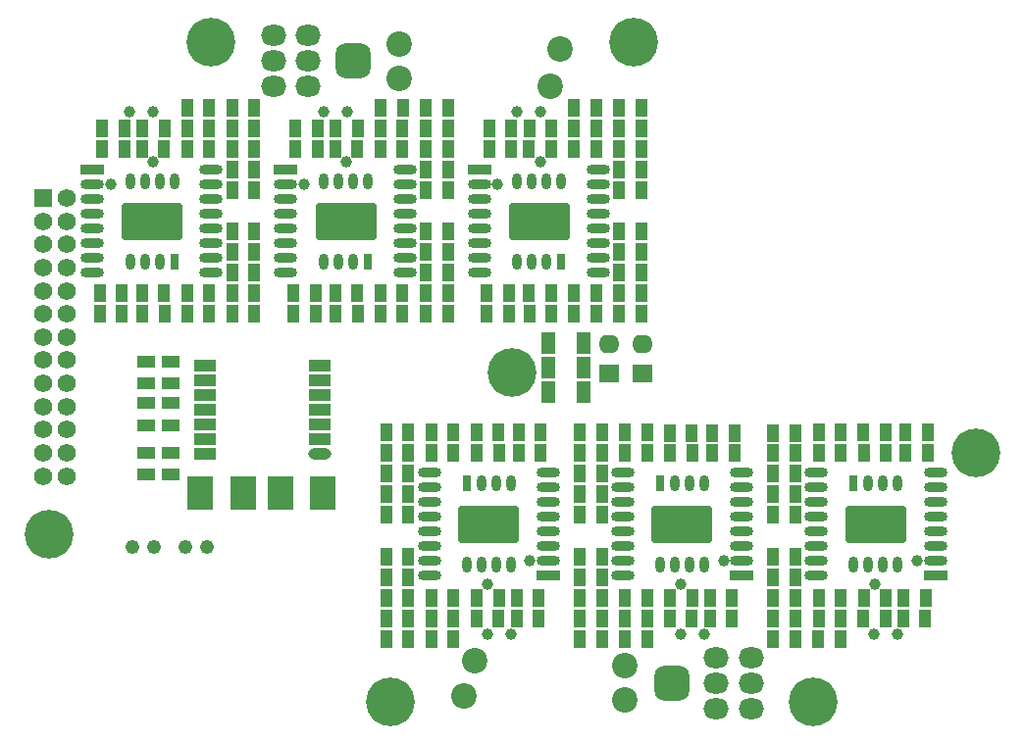
<source format=gts>
G04*
G04 #@! TF.GenerationSoftware,Altium Limited,Altium Designer,22.1.2 (22)*
G04*
G04 Layer_Color=8388736*
%FSAX42Y42*%
%MOMM*%
G71*
G04*
G04 #@! TF.SameCoordinates,0EE806D4-B871-489F-9783-670BAA343DA3*
G04*
G04*
G04 #@! TF.FilePolarity,Negative*
G04*
G01*
G75*
%ADD16R,2.00X0.90*%
%ADD17O,2.00X0.90*%
%ADD18R,0.80X1.40*%
%ADD19O,0.84X1.40*%
%ADD20R,1.00X1.50*%
%ADD21R,1.50X1.00*%
%ADD22R,1.20X1.90*%
%ADD23R,2.20X3.00*%
%ADD24R,1.98X1.02*%
%ADD25O,1.98X1.02*%
G04:AMPARAMS|DCode=26|XSize=5.2mm|YSize=3.2mm|CornerRadius=0.18mm|HoleSize=0mm|Usage=FLASHONLY|Rotation=0.000|XOffset=0mm|YOffset=0mm|HoleType=Round|Shape=RoundedRectangle|*
%AMROUNDEDRECTD26*
21,1,5.20,2.85,0,0,0.0*
21,1,4.85,3.20,0,0,0.0*
1,1,0.35,2.42,-1.43*
1,1,0.35,-2.42,-1.43*
1,1,0.35,-2.42,1.43*
1,1,0.35,2.42,1.43*
%
%ADD26ROUNDEDRECTD26*%
%ADD27C,2.20*%
%ADD28C,1.57*%
%ADD29R,1.57X1.57*%
%ADD30C,1.22*%
G04:AMPARAMS|DCode=31|XSize=3mm|YSize=3mm|CornerRadius=0.8mm|HoleSize=0mm|Usage=FLASHONLY|Rotation=180.000|XOffset=0mm|YOffset=0mm|HoleType=Round|Shape=RoundedRectangle|*
%AMROUNDEDRECTD31*
21,1,3.00,1.40,0,0,180.0*
21,1,1.40,3.00,0,0,180.0*
1,1,1.60,-0.70,0.70*
1,1,1.60,0.70,0.70*
1,1,1.60,0.70,-0.70*
1,1,1.60,-0.70,-0.70*
%
%ADD31ROUNDEDRECTD31*%
%ADD32O,2.20X1.80*%
%ADD33R,1.80X1.60*%
%ADD34O,1.80X1.60*%
%ADD35C,1.00*%
%ADD36C,4.20*%
D16*
X008048Y001485D02*
D03*
X006378D02*
D03*
X004708D02*
D03*
X004112Y004991D02*
D03*
X000772D02*
D03*
X002442D02*
D03*
D17*
X008048Y001612D02*
D03*
Y001739D02*
D03*
Y001866D02*
D03*
Y001993D02*
D03*
Y002120D02*
D03*
Y002247D02*
D03*
Y002374D02*
D03*
X007022D02*
D03*
Y002247D02*
D03*
Y002120D02*
D03*
Y001993D02*
D03*
Y001866D02*
D03*
Y001739D02*
D03*
Y001612D02*
D03*
Y001485D02*
D03*
X005352D02*
D03*
Y001612D02*
D03*
Y001739D02*
D03*
Y001866D02*
D03*
Y001993D02*
D03*
Y002120D02*
D03*
Y002247D02*
D03*
Y002374D02*
D03*
X006378D02*
D03*
Y002247D02*
D03*
Y002120D02*
D03*
Y001993D02*
D03*
Y001866D02*
D03*
Y001739D02*
D03*
Y001612D02*
D03*
X004708D02*
D03*
Y001739D02*
D03*
Y001866D02*
D03*
Y001993D02*
D03*
Y002120D02*
D03*
Y002247D02*
D03*
Y002374D02*
D03*
X003682D02*
D03*
Y002247D02*
D03*
Y002120D02*
D03*
Y001993D02*
D03*
Y001866D02*
D03*
Y001739D02*
D03*
Y001612D02*
D03*
Y001485D02*
D03*
X005138Y004991D02*
D03*
Y004864D02*
D03*
Y004737D02*
D03*
Y004610D02*
D03*
Y004483D02*
D03*
Y004356D02*
D03*
Y004229D02*
D03*
Y004102D02*
D03*
X004112D02*
D03*
Y004229D02*
D03*
Y004356D02*
D03*
Y004483D02*
D03*
Y004610D02*
D03*
Y004737D02*
D03*
Y004864D02*
D03*
X000772D02*
D03*
Y004737D02*
D03*
Y004610D02*
D03*
Y004483D02*
D03*
Y004356D02*
D03*
Y004229D02*
D03*
Y004102D02*
D03*
X001798D02*
D03*
Y004229D02*
D03*
Y004356D02*
D03*
Y004483D02*
D03*
Y004610D02*
D03*
Y004737D02*
D03*
Y004864D02*
D03*
Y004991D02*
D03*
X003468D02*
D03*
Y004864D02*
D03*
Y004737D02*
D03*
Y004610D02*
D03*
Y004483D02*
D03*
Y004356D02*
D03*
Y004229D02*
D03*
Y004102D02*
D03*
X002442D02*
D03*
Y004229D02*
D03*
Y004356D02*
D03*
Y004483D02*
D03*
Y004610D02*
D03*
Y004737D02*
D03*
Y004864D02*
D03*
D18*
X007341Y002281D02*
D03*
X005671D02*
D03*
X004001D02*
D03*
X004819Y004195D02*
D03*
X001479D02*
D03*
X003149D02*
D03*
D19*
X007722Y001583D02*
D03*
X007595D02*
D03*
X007468D02*
D03*
X007341D02*
D03*
X007722Y002281D02*
D03*
X007595D02*
D03*
X007468D02*
D03*
X005798D02*
D03*
X005925D02*
D03*
X006052D02*
D03*
X005671Y001583D02*
D03*
X005798D02*
D03*
X005925D02*
D03*
X006052D02*
D03*
X004382D02*
D03*
X004255D02*
D03*
X004128D02*
D03*
X004001D02*
D03*
X004382Y002281D02*
D03*
X004255D02*
D03*
X004128D02*
D03*
X004692Y004195D02*
D03*
X004565D02*
D03*
X004438D02*
D03*
X004819Y004893D02*
D03*
X004692D02*
D03*
X004565D02*
D03*
X004438D02*
D03*
X001098D02*
D03*
X001225D02*
D03*
X001352D02*
D03*
X001479D02*
D03*
X001098Y004195D02*
D03*
X001225D02*
D03*
X001352D02*
D03*
X003022D02*
D03*
X002895D02*
D03*
X002768D02*
D03*
X003149Y004893D02*
D03*
X003022D02*
D03*
X002895D02*
D03*
X002768D02*
D03*
D20*
X004367Y003925D02*
D03*
X004177D02*
D03*
X006103Y001297D02*
D03*
X006293D02*
D03*
X006649Y001118D02*
D03*
X006839D02*
D03*
X007772Y001118D02*
D03*
X007962D02*
D03*
X007773Y001297D02*
D03*
X007963D02*
D03*
X006650Y002188D02*
D03*
X006839D02*
D03*
X007427Y001118D02*
D03*
X007617D02*
D03*
X006840Y001475D02*
D03*
X006650D02*
D03*
X007620Y001297D02*
D03*
X007430D02*
D03*
X007793Y002723D02*
D03*
X007983D02*
D03*
X007793Y002545D02*
D03*
X007983D02*
D03*
X007229Y000940D02*
D03*
X007039D02*
D03*
X007230Y001118D02*
D03*
X007040D02*
D03*
X006840Y001297D02*
D03*
X006650D02*
D03*
X007617Y002723D02*
D03*
X007427D02*
D03*
X006650Y002367D02*
D03*
X006839D02*
D03*
X007231Y002723D02*
D03*
X007041D02*
D03*
X006840Y002713D02*
D03*
X006650D02*
D03*
X006650Y001653D02*
D03*
X006839D02*
D03*
X006650Y000940D02*
D03*
X006840D02*
D03*
X007040Y001297D02*
D03*
X007230D02*
D03*
X007430Y002545D02*
D03*
X007620D02*
D03*
X007040D02*
D03*
X007230D02*
D03*
X006650Y002545D02*
D03*
X006839D02*
D03*
X006840Y002010D02*
D03*
X006650D02*
D03*
X005559Y000940D02*
D03*
X005369D02*
D03*
X004622Y001118D02*
D03*
X004433D02*
D03*
X004623Y001297D02*
D03*
X004433D02*
D03*
X003499Y002188D02*
D03*
X003310D02*
D03*
X003890Y001297D02*
D03*
X003700D02*
D03*
X003310Y002010D02*
D03*
X003500D02*
D03*
X003499Y001653D02*
D03*
X003310D02*
D03*
X004277Y001118D02*
D03*
X004087D02*
D03*
X003500Y000940D02*
D03*
X003310D02*
D03*
X003310Y001475D02*
D03*
X003500D02*
D03*
X004090Y001297D02*
D03*
X004280D02*
D03*
X004643Y002545D02*
D03*
X004453D02*
D03*
X003700Y001118D02*
D03*
X003890D02*
D03*
X004087Y002723D02*
D03*
X004277D02*
D03*
X003701D02*
D03*
X003890D02*
D03*
X003890Y002545D02*
D03*
X003700D02*
D03*
X003499Y002545D02*
D03*
X003310D02*
D03*
X004643Y002723D02*
D03*
X004453D02*
D03*
X003499Y001118D02*
D03*
X003309D02*
D03*
X003889Y000940D02*
D03*
X003699D02*
D03*
X003310Y001297D02*
D03*
X003500D02*
D03*
X003499Y002367D02*
D03*
X003310D02*
D03*
X003310Y002723D02*
D03*
X003500D02*
D03*
X004280Y002545D02*
D03*
X004090D02*
D03*
X006292Y001118D02*
D03*
X006103D02*
D03*
X005169Y002188D02*
D03*
X004979D02*
D03*
X005170Y000940D02*
D03*
X004980D02*
D03*
X004980Y001475D02*
D03*
X005170D02*
D03*
X005760Y001297D02*
D03*
X005950D02*
D03*
X006313Y002713D02*
D03*
X006123D02*
D03*
X006313Y002545D02*
D03*
X006123D02*
D03*
X005169Y001118D02*
D03*
X004979D02*
D03*
X005370D02*
D03*
X005560D02*
D03*
X004980Y001297D02*
D03*
X005170D02*
D03*
X005757Y002713D02*
D03*
X005947D02*
D03*
X005169Y002367D02*
D03*
X004979D02*
D03*
X005371Y002723D02*
D03*
X005560D02*
D03*
X004980Y002723D02*
D03*
X005170D02*
D03*
X005950Y002545D02*
D03*
X005760D02*
D03*
X005560D02*
D03*
X005370D02*
D03*
X005169Y002545D02*
D03*
X004979D02*
D03*
X004980Y002010D02*
D03*
X005170D02*
D03*
X005169Y001653D02*
D03*
X004979D02*
D03*
X005947Y001118D02*
D03*
X005757D02*
D03*
X005560Y001297D02*
D03*
X005370D02*
D03*
X001590Y003925D02*
D03*
X001780D02*
D03*
X001981Y003925D02*
D03*
X002170D02*
D03*
X001200Y003925D02*
D03*
X001390D02*
D03*
X001980Y005530D02*
D03*
X002170D02*
D03*
X001203Y005352D02*
D03*
X001393D02*
D03*
X001981Y004817D02*
D03*
X002170D02*
D03*
X002170Y003747D02*
D03*
X001980D02*
D03*
X001779Y003747D02*
D03*
X001589D02*
D03*
X001981Y004103D02*
D03*
X002170D02*
D03*
X001393Y003747D02*
D03*
X001203D02*
D03*
X002170Y005173D02*
D03*
X001980D02*
D03*
X001780Y005352D02*
D03*
X001590D02*
D03*
X001591Y005530D02*
D03*
X001781D02*
D03*
X001981Y005352D02*
D03*
X002171D02*
D03*
X000837Y003925D02*
D03*
X001027D02*
D03*
X000837Y003747D02*
D03*
X001027D02*
D03*
X001390Y005173D02*
D03*
X001200D02*
D03*
X002170Y004995D02*
D03*
X001980D02*
D03*
X003260Y003925D02*
D03*
X003450D02*
D03*
X003651Y003925D02*
D03*
X003840D02*
D03*
X002870Y003925D02*
D03*
X003060D02*
D03*
X003650Y005530D02*
D03*
X003840D02*
D03*
X002873Y005352D02*
D03*
X003063D02*
D03*
X003651Y004817D02*
D03*
X003840D02*
D03*
X003840Y003747D02*
D03*
X003650D02*
D03*
X003449Y003747D02*
D03*
X003260D02*
D03*
X003651Y004103D02*
D03*
X003840D02*
D03*
X003063Y003747D02*
D03*
X002873D02*
D03*
X003840Y005173D02*
D03*
X003650D02*
D03*
X003450Y005352D02*
D03*
X003260D02*
D03*
X003261Y005530D02*
D03*
X003451D02*
D03*
X003651Y005352D02*
D03*
X003841D02*
D03*
X002507Y003925D02*
D03*
X002697D02*
D03*
X002507Y003747D02*
D03*
X002697D02*
D03*
X003060Y005173D02*
D03*
X002870D02*
D03*
X003840Y004995D02*
D03*
X003650D02*
D03*
X002527Y005352D02*
D03*
X002717D02*
D03*
X002527Y005173D02*
D03*
X002717D02*
D03*
X003651Y004282D02*
D03*
X003840D02*
D03*
X003260Y005173D02*
D03*
X003450D02*
D03*
X003840Y004460D02*
D03*
X003650D02*
D03*
X000857Y005352D02*
D03*
X001048D02*
D03*
X000857Y005173D02*
D03*
X001047D02*
D03*
X001981Y004282D02*
D03*
X002170D02*
D03*
X001590Y005173D02*
D03*
X001780D02*
D03*
X002170Y004460D02*
D03*
X001980D02*
D03*
X005510Y004995D02*
D03*
X005320D02*
D03*
X004730Y005173D02*
D03*
X004540D02*
D03*
X004177Y003747D02*
D03*
X004367D02*
D03*
X005321Y005352D02*
D03*
X005511D02*
D03*
X004931Y005530D02*
D03*
X005121D02*
D03*
X005120Y005352D02*
D03*
X004930D02*
D03*
X005510Y005173D02*
D03*
X005320D02*
D03*
X004733Y003747D02*
D03*
X004543D02*
D03*
X004197Y005352D02*
D03*
X004388D02*
D03*
X004197Y005173D02*
D03*
X004387D02*
D03*
X005321Y004103D02*
D03*
X005510D02*
D03*
X005119Y003747D02*
D03*
X004929D02*
D03*
X005510Y003747D02*
D03*
X005320D02*
D03*
X005321Y004282D02*
D03*
X005510D02*
D03*
X005321Y004817D02*
D03*
X005510D02*
D03*
X004543Y005352D02*
D03*
X004733D02*
D03*
X005320Y005530D02*
D03*
X005510D02*
D03*
X004930Y005173D02*
D03*
X005120D02*
D03*
X004540Y003925D02*
D03*
X004730D02*
D03*
X005321Y003925D02*
D03*
X005510D02*
D03*
X004930Y003925D02*
D03*
X005120D02*
D03*
X005510Y004460D02*
D03*
X005320D02*
D03*
D21*
X001235Y002550D02*
D03*
Y002360D02*
D03*
X001445Y002550D02*
D03*
Y002359D02*
D03*
X001240Y002787D02*
D03*
Y002977D02*
D03*
X001240Y003335D02*
D03*
Y003145D02*
D03*
X001450Y003145D02*
D03*
Y003335D02*
D03*
Y002787D02*
D03*
Y002977D02*
D03*
D22*
X005010Y003282D02*
D03*
X004710D02*
D03*
X005010Y003492D02*
D03*
X004710D02*
D03*
X005010Y003070D02*
D03*
X004710D02*
D03*
D23*
X002392Y002200D02*
D03*
X002760D02*
D03*
X001702D02*
D03*
X002070D02*
D03*
D24*
X002731Y003304D02*
D03*
Y003177D02*
D03*
X001740D02*
D03*
Y003304D02*
D03*
X002731Y003050D02*
D03*
Y002923D02*
D03*
Y002796D02*
D03*
Y002669D02*
D03*
X001740Y002796D02*
D03*
Y002669D02*
D03*
Y002923D02*
D03*
Y002542D02*
D03*
Y003050D02*
D03*
D25*
X002731Y002542D02*
D03*
D26*
X007531Y001932D02*
D03*
X005861D02*
D03*
X004191D02*
D03*
X004629Y004544D02*
D03*
X001289D02*
D03*
X002959D02*
D03*
D27*
X004070Y000750D02*
D03*
X003424Y005781D02*
D03*
X004721Y005712D02*
D03*
X005370Y000710D02*
D03*
X003424Y006081D02*
D03*
X004811Y006032D02*
D03*
X003980Y000450D02*
D03*
X005370Y000410D02*
D03*
D28*
X000347Y004147D02*
D03*
Y004347D02*
D03*
X000547Y003947D02*
D03*
X000347D02*
D03*
X000547Y004147D02*
D03*
Y004347D02*
D03*
Y004547D02*
D03*
X000347D02*
D03*
X000547Y004747D02*
D03*
Y003747D02*
D03*
X000347Y003547D02*
D03*
X000547D02*
D03*
X000347Y003747D02*
D03*
X000547Y003347D02*
D03*
X000347Y003147D02*
D03*
X000547D02*
D03*
X000347Y003347D02*
D03*
X000547Y002947D02*
D03*
X000347D02*
D03*
X000547Y002747D02*
D03*
X000347Y002547D02*
D03*
X000547D02*
D03*
Y002347D02*
D03*
X000347Y002347D02*
D03*
Y002747D02*
D03*
D29*
Y004747D02*
D03*
D30*
X001574Y001733D02*
D03*
X001765D02*
D03*
X001115D02*
D03*
X001306D02*
D03*
D31*
X003023Y005931D02*
D03*
X005771Y000560D02*
D03*
D32*
X002635Y006151D02*
D03*
Y005931D02*
D03*
Y005711D02*
D03*
X002335Y006151D02*
D03*
Y005931D02*
D03*
Y005711D02*
D03*
X006458Y000780D02*
D03*
Y000560D02*
D03*
Y000340D02*
D03*
X006158Y000780D02*
D03*
Y000560D02*
D03*
Y000340D02*
D03*
D33*
X005230Y003236D02*
D03*
X005520D02*
D03*
D34*
X005230Y003490D02*
D03*
X005520D02*
D03*
D35*
X007522Y000983D02*
D03*
X007724D02*
D03*
X007890Y001612D02*
D03*
X007523Y001415D02*
D03*
X005853D02*
D03*
X006220Y001612D02*
D03*
X006054Y000983D02*
D03*
X005852D02*
D03*
X004182D02*
D03*
X004384D02*
D03*
X004550Y001612D02*
D03*
X004183Y001415D02*
D03*
X004637Y005061D02*
D03*
X004270Y004864D02*
D03*
X004436Y005493D02*
D03*
X004638D02*
D03*
X001298D02*
D03*
X001096D02*
D03*
X000930Y004864D02*
D03*
X001297Y005061D02*
D03*
X002967D02*
D03*
X002600Y004864D02*
D03*
X002766Y005493D02*
D03*
X002968D02*
D03*
D36*
X001799Y006095D02*
D03*
X004395Y003245D02*
D03*
X005445Y006095D02*
D03*
X000395Y001845D02*
D03*
X003345Y000395D02*
D03*
X008395Y002545D02*
D03*
X006991Y000395D02*
D03*
M02*

</source>
